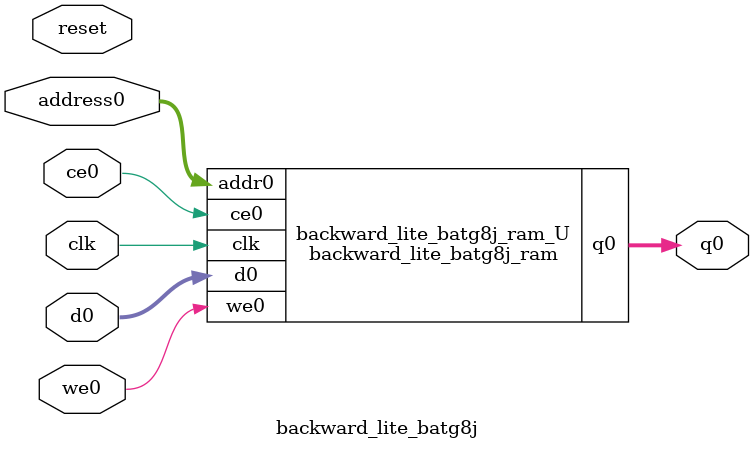
<source format=v>
`timescale 1 ns / 1 ps
module backward_lite_batg8j_ram (addr0, ce0, d0, we0, q0,  clk);

parameter DWIDTH = 32;
parameter AWIDTH = 10;
parameter MEM_SIZE = 1024;

input[AWIDTH-1:0] addr0;
input ce0;
input[DWIDTH-1:0] d0;
input we0;
output reg[DWIDTH-1:0] q0;
input clk;

(* ram_style = "block" *)reg [DWIDTH-1:0] ram[0:MEM_SIZE-1];




always @(posedge clk)  
begin 
    if (ce0) 
    begin
        if (we0) 
        begin 
            ram[addr0] <= d0; 
        end 
        q0 <= ram[addr0];
    end
end


endmodule

`timescale 1 ns / 1 ps
module backward_lite_batg8j(
    reset,
    clk,
    address0,
    ce0,
    we0,
    d0,
    q0);

parameter DataWidth = 32'd32;
parameter AddressRange = 32'd1024;
parameter AddressWidth = 32'd10;
input reset;
input clk;
input[AddressWidth - 1:0] address0;
input ce0;
input we0;
input[DataWidth - 1:0] d0;
output[DataWidth - 1:0] q0;



backward_lite_batg8j_ram backward_lite_batg8j_ram_U(
    .clk( clk ),
    .addr0( address0 ),
    .ce0( ce0 ),
    .we0( we0 ),
    .d0( d0 ),
    .q0( q0 ));

endmodule


</source>
